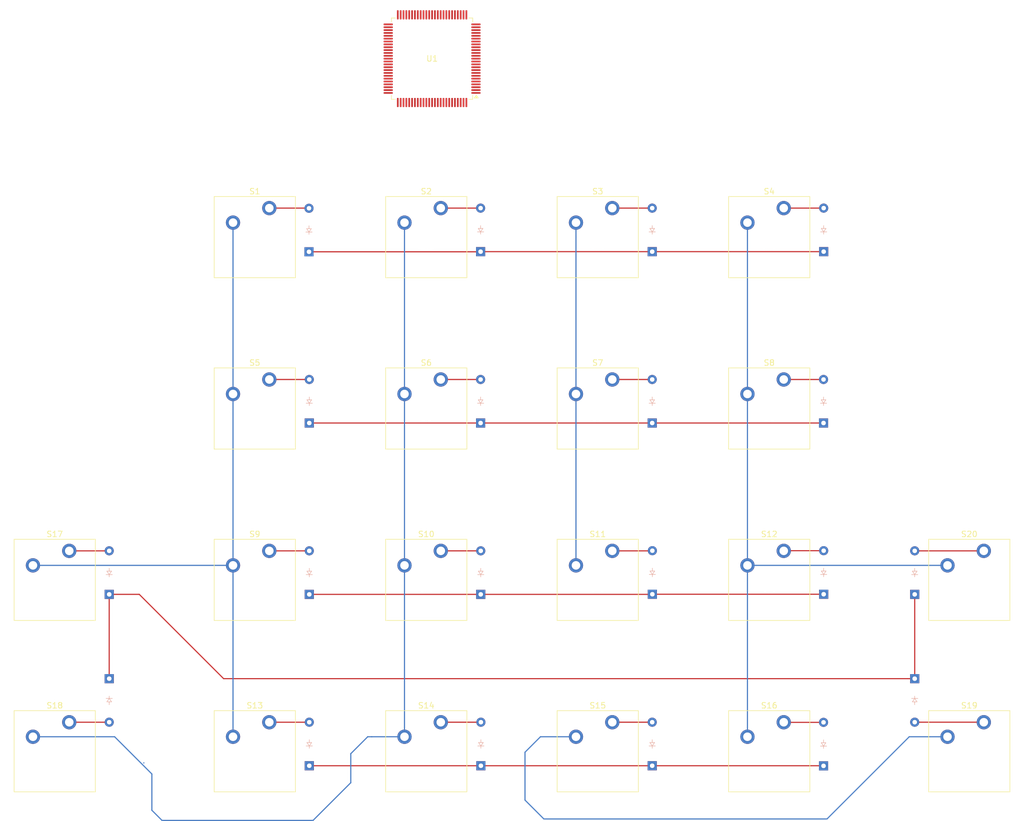
<source format=kicad_pcb>
(kicad_pcb (version 20240108) (generator "pcbnew") (generator_version "8.0")
  (layers (0 "F.Cu" signal) (31 "B.Cu" signal) (34 "B.Paste" user) (35 "F.Paste" user) (36 "B.SilkS" user "B.Silkscreen") (37 "F.SilkS" user "F.Silkscreen") (38 "B.Mask" user) (39 "F.Mask" user) (44 "Edge.Cuts" user))
  (net 0 "")
  (net 1 "Net-(D1-A)")
  (net 2 "Row 1")
  (net 3 "Net-(D2-A)")
  (net 4 "Net-(D3-A)")
  (net 5 "Net-(D4-A)")
  (net 6 "Row 2")
  (net 7 "Net-(D5-A)")
  (net 8 "Net-(D6-A)")
  (net 9 "Net-(D7-A)")
  (net 10 "Net-(D8-A)")
  (net 11 "Net-(D9-A)")
  (net 12 "Row 3")
  (net 13 "Net-(D10-A)")
  (net 14 "Net-(D11-A)")
  (net 15 "Net-(D12-A)")
  (net 16 "Row 4")
  (net 17 "Net-(D13-A)")
  (net 18 "Net-(D14-A)")
  (net 19 "Net-(D15-A)")
  (net 20 "Net-(D16-A)")
  (net 21 "Col 1")
  (net 22 "Net-(D17-A)")
  (net 23 "Net-(D18-A)")
  (net 24 "Net-(D19-A)")
  (net 25 "Net-(D20-A)")
  (net 26 "Row 5")
  (net 27 "Col 2")
  (net 28 "Col 3")
  (net 29 "Col 4")
  (net 70 "Net-(U1-VSS-Pad10)")
  (footprint "Package_QFP:LQFP-100_14x14mm_P0.5mm" (layer "F.Cu") (at 97.282 31.75 180)
    (property "Reference" "U1" (at 0 0 360) (layer "F.SilkS"))
    (property "Value" "STM32H753VITx")
    (pad "1" smd roundrect (at -7.675 -6 180) (size 1.6 0.3) (layers "F.Cu" "F.Paste" "F.Mask"))
    (pad "2" smd roundrect (at -7.675 -5.5 180) (size 1.6 0.3) (layers "F.Cu" "F.Paste" "F.Mask"))
    (pad "3" smd roundrect (at -7.675 -5 180) (size 1.6 0.3) (layers "F.Cu" "F.Paste" "F.Mask"))
    (pad "4" smd roundrect (at -7.675 -4.5 180) (size 1.6 0.3) (layers "F.Cu" "F.Paste" "F.Mask"))
    (pad "5" smd roundrect (at -7.675 -4 180) (size 1.6 0.3) (layers "F.Cu" "F.Paste" "F.Mask"))
    (pad "6" smd roundrect (at -7.675 -3.5 180) (size 1.6 0.3) (layers "F.Cu" "F.Paste" "F.Mask"))
    (pad "7" smd roundrect (at -7.675 -3 180) (size 1.6 0.3) (layers "F.Cu" "F.Paste" "F.Mask"))
    (pad "8" smd roundrect (at -7.675 -2.5 180) (size 1.6 0.3) (layers "F.Cu" "F.Paste" "F.Mask"))
    (pad "9" smd roundrect (at -7.675 -2 180) (size 1.6 0.3) (layers "F.Cu" "F.Paste" "F.Mask"))
    (pad "10" smd roundrect (at -7.675 -1.5 180) (size 1.6 0.3) (layers "F.Cu" "F.Paste" "F.Mask") (net 70 "Net-(U1-VSS-Pad10)"))
    (pad "11" smd roundrect (at -7.675 -1 180) (size 1.6 0.3) (layers "F.Cu" "F.Paste" "F.Mask"))
    (pad "12" smd roundrect (at -7.675 -0.5 180) (size 1.6 0.3) (layers "F.Cu" "F.Paste" "F.Mask"))
    (pad "13" smd roundrect (at -7.675 0 180) (size 1.6 0.3) (layers "F.Cu" "F.Paste" "F.Mask"))
    (pad "14" smd roundrect (at -7.675 0.5 180) (size 1.6 0.3) (layers "F.Cu" "F.Paste" "F.Mask"))
    (pad "15" smd roundrect (at -7.675 1 180) (size 1.6 0.3) (layers "F.Cu" "F.Paste" "F.Mask"))
    (pad "16" smd roundrect (at -7.675 1.5 180) (size 1.6 0.3) (layers "F.Cu" "F.Paste" "F.Mask"))
    (pad "17" smd roundrect (at -7.675 2 180) (size 1.6 0.3) (layers "F.Cu" "F.Paste" "F.Mask"))
    (pad "18" smd roundrect (at -7.675 2.5 180) (size 1.6 0.3) (layers "F.Cu" "F.Paste" "F.Mask"))
    (pad "19" smd roundrect (at -7.675 3 180) (size 1.6 0.3) (layers "F.Cu" "F.Paste" "F.Mask"))
    (pad "20" smd roundrect (at -7.675 3.5 180) (size 1.6 0.3) (layers "F.Cu" "F.Paste" "F.Mask"))
    (pad "21" smd roundrect (at -7.675 4 180) (size 1.6 0.3) (layers "F.Cu" "F.Paste" "F.Mask"))
    (pad "22" smd roundrect (at -7.675 4.5 180) (size 1.6 0.3) (layers "F.Cu" "F.Paste" "F.Mask"))
    (pad "23" smd roundrect (at -7.675 5 180) (size 1.6 0.3) (layers "F.Cu" "F.Paste" "F.Mask"))
    (pad "24" smd roundrect (at -7.675 5.5 180) (size 1.6 0.3) (layers "F.Cu" "F.Paste" "F.Mask"))
    (pad "25" smd roundrect (at -7.675 6 180) (size 1.6 0.3) (layers "F.Cu" "F.Paste" "F.Mask"))
    (pad "26" smd roundrect (at -6 7.675 180) (size 0.3 1.6) (layers "F.Cu" "F.Paste" "F.Mask") (net 70 "Net-(U1-VSS-Pad10)"))
    (pad "27" smd roundrect (at -5.5 7.675 180) (size 0.3 1.6) (layers "F.Cu" "F.Paste" "F.Mask"))
    (pad "28" smd roundrect (at -5 7.675 180) (size 0.3 1.6) (layers "F.Cu" "F.Paste" "F.Mask"))
    (pad "29" smd roundrect (at -4.5 7.675 180) (size 0.3 1.6) (layers "F.Cu" "F.Paste" "F.Mask"))
    (pad "30" smd roundrect (at -4 7.675 180) (size 0.3 1.6) (layers "F.Cu" "F.Paste" "F.Mask"))
    (pad "31" smd roundrect (at -3.5 7.675 180) (size 0.3 1.6) (layers "F.Cu" "F.Paste" "F.Mask"))
    (pad "32" smd roundrect (at -3 7.675 180) (size 0.3 1.6) (layers "F.Cu" "F.Paste" "F.Mask"))
    (pad "33" smd roundrect (at -2.5 7.675 180) (size 0.3 1.6) (layers "F.Cu" "F.Paste" "F.Mask"))
    (pad "34" smd roundrect (at -2 7.675 180) (size 0.3 1.6) (layers "F.Cu" "F.Paste" "F.Mask") (net 26 "Row 5"))
    (pad "35" smd roundrect (at -1.5 7.675 180) (size 0.3 1.6) (layers "F.Cu" "F.Paste" "F.Mask") (net 16 "Row 4"))
    (pad "36" smd roundrect (at -1 7.675 180) (size 0.3 1.6) (layers "F.Cu" "F.Paste" "F.Mask") (net 12 "Row 3"))
    (pad "37" smd roundrect (at -0.5 7.675 180) (size 0.3 1.6) (layers "F.Cu" "F.Paste" "F.Mask"))
    (pad "38" smd roundrect (at 0 7.675 180) (size 0.3 1.6) (layers "F.Cu" "F.Paste" "F.Mask"))
    (pad "39" smd roundrect (at 0.5 7.675 180) (size 0.3 1.6) (layers "F.Cu" "F.Paste" "F.Mask"))
    (pad "40" smd roundrect (at 1 7.675 180) (size 0.3 1.6) (layers "F.Cu" "F.Paste" "F.Mask"))
    (pad "41" smd roundrect (at 1.5 7.675 180) (size 0.3 1.6) (layers "F.Cu" "F.Paste" "F.Mask"))
    (pad "42" smd roundrect (at 2 7.675 180) (size 0.3 1.6) (layers "F.Cu" "F.Paste" "F.Mask"))
    (pad "43" smd roundrect (at 2.5 7.675 180) (size 0.3 1.6) (layers "F.Cu" "F.Paste" "F.Mask"))
    (pad "44" smd roundrect (at 3 7.675 180) (size 0.3 1.6) (layers "F.Cu" "F.Paste" "F.Mask"))
    (pad "45" smd roundrect (at 3.5 7.675 180) (size 0.3 1.6) (layers "F.Cu" "F.Paste" "F.Mask"))
    (pad "46" smd roundrect (at 4 7.675 180) (size 0.3 1.6) (layers "F.Cu" "F.Paste" "F.Mask"))
    (pad "47" smd roundrect (at 4.5 7.675 180) (size 0.3 1.6) (layers "F.Cu" "F.Paste" "F.Mask"))
    (pad "48" smd roundrect (at 5 7.675 180) (size 0.3 1.6) (layers "F.Cu" "F.Paste" "F.Mask"))
    (pad "49" smd roundrect (at 5.5 7.675 180) (size 0.3 1.6) (layers "F.Cu" "F.Paste" "F.Mask") (net 70 "Net-(U1-VSS-Pad10)"))
    (pad "50" smd roundrect (at 6 7.675 180) (size 0.3 1.6) (layers "F.Cu" "F.Paste" "F.Mask"))
    (pad "51" smd roundrect (at 7.675 6 180) (size 1.6 0.3) (layers "F.Cu" "F.Paste" "F.Mask"))
    (pad "52" smd roundrect (at 7.675 5.5 180) (size 1.6 0.3) (layers "F.Cu" "F.Paste" "F.Mask"))
    (pad "53" smd roundrect (at 7.675 5 180) (size 1.6 0.3) (layers "F.Cu" "F.Paste" "F.Mask"))
    (pad "54" smd roundrect (at 7.675 4.5 180) (size 1.6 0.3) (layers "F.Cu" "F.Paste" "F.Mask"))
    (pad "55" smd roundrect (at 7.675 4 180) (size 1.6 0.3) (layers "F.Cu" "F.Paste" "F.Mask"))
    (pad "56" smd roundrect (at 7.675 3.5 180) (size 1.6 0.3) (layers "F.Cu" "F.Paste" "F.Mask"))
    (pad "57" smd roundrect (at 7.675 3 180) (size 1.6 0.3) (layers "F.Cu" "F.Paste" "F.Mask"))
    (pad "58" smd roundrect (at 7.675 2.5 180) (size 1.6 0.3) (layers "F.Cu" "F.Paste" "F.Mask"))
    (pad "59" smd roundrect (at 7.675 2 180) (size 1.6 0.3) (layers "F.Cu" "F.Paste" "F.Mask"))
    (pad "60" smd roundrect (at 7.675 1.5 180) (size 1.6 0.3) (layers "F.Cu" "F.Paste" "F.Mask"))
    (pad "61" smd roundrect (at 7.675 1 180) (size 1.6 0.3) (layers "F.Cu" "F.Paste" "F.Mask"))
    (pad "62" smd roundrect (at 7.675 0.5 180) (size 1.6 0.3) (layers "F.Cu" "F.Paste" "F.Mask"))
    (pad "63" smd roundrect (at 7.675 0 180) (size 1.6 0.3) (layers "F.Cu" "F.Paste" "F.Mask"))
    (pad "64" smd roundrect (at 7.675 -0.5 180) (size 1.6 0.3) (layers "F.Cu" "F.Paste" "F.Mask"))
    (pad "65" smd roundrect (at 7.675 -1 180) (size 1.6 0.3) (layers "F.Cu" "F.Paste" "F.Mask"))
    (pad "66" smd roundrect (at 7.675 -1.5 180) (size 1.6 0.3) (layers "F.Cu" "F.Paste" "F.Mask"))
    (pad "67" smd roundrect (at 7.675 -2 180) (size 1.6 0.3) (layers "F.Cu" "F.Paste" "F.Mask"))
    (pad "68" smd roundrect (at 7.675 -2.5 180) (size 1.6 0.3) (layers "F.Cu" "F.Paste" "F.Mask"))
    (pad "69" smd roundrect (at 7.675 -3 180) (size 1.6 0.3) (layers "F.Cu" "F.Paste" "F.Mask"))
    (pad "70" smd roundrect (at 7.675 -3.5 180) (size 1.6 0.3) (layers "F.Cu" "F.Paste" "F.Mask"))
    (pad "71" smd roundrect (at 7.675 -4 180) (size 1.6 0.3) (layers "F.Cu" "F.Paste" "F.Mask"))
    (pad "72" smd roundrect (at 7.675 -4.5 180) (size 1.6 0.3) (layers "F.Cu" "F.Paste" "F.Mask"))
    (pad "73" smd roundrect (at 7.675 -5 180) (size 1.6 0.3) (layers "F.Cu" "F.Paste" "F.Mask"))
    (pad "74" smd roundrect (at 7.675 -5.5 180) (size 1.6 0.3) (layers "F.Cu" "F.Paste" "F.Mask") (net 70 "Net-(U1-VSS-Pad10)"))
    (pad "75" smd roundrect (at 7.675 -6 180) (size 1.6 0.3) (layers "F.Cu" "F.Paste" "F.Mask"))
    (pad "76" smd roundrect (at 6 -7.675 180) (size 0.3 1.6) (layers "F.Cu" "F.Paste" "F.Mask"))
    (pad "77" smd roundrect (at 5.5 -7.675 180) (size 0.3 1.6) (layers "F.Cu" "F.Paste" "F.Mask"))
    (pad "78" smd roundrect (at 5 -7.675 180) (size 0.3 1.6) (layers "F.Cu" "F.Paste" "F.Mask"))
    (pad "79" smd roundrect (at 4.5 -7.675 180) (size 0.3 1.6) (layers "F.Cu" "F.Paste" "F.Mask"))
    (pad "80" smd roundrect (at 4 -7.675 180) (size 0.3 1.6) (layers "F.Cu" "F.Paste" "F.Mask"))
    (pad "81" smd roundrect (at 3.5 -7.675 180) (size 0.3 1.6) (layers "F.Cu" "F.Paste" "F.Mask"))
    (pad "82" smd roundrect (at 3 -7.675 180) (size 0.3 1.6) (layers "F.Cu" "F.Paste" "F.Mask"))
    (pad "83" smd roundrect (at 2.5 -7.675 180) (size 0.3 1.6) (layers "F.Cu" "F.Paste" "F.Mask"))
    (pad "84" smd roundrect (at 2 -7.675 180) (size 0.3 1.6) (layers "F.Cu" "F.Paste" "F.Mask"))
    (pad "85" smd roundrect (at 1.5 -7.675 180) (size 0.3 1.6) (layers "F.Cu" "F.Paste" "F.Mask"))
    (pad "86" smd roundrect (at 1 -7.675 180) (size 0.3 1.6) (layers "F.Cu" "F.Paste" "F.Mask"))
    (pad "87" smd roundrect (at 0.5 -7.675 180) (size 0.3 1.6) (layers "F.Cu" "F.Paste" "F.Mask"))
    (pad "88" smd roundrect (at 0 -7.675 180) (size 0.3 1.6) (layers "F.Cu" "F.Paste" "F.Mask"))
    (pad "89" smd roundrect (at -0.5 -7.675 180) (size 0.3 1.6) (layers "F.Cu" "F.Paste" "F.Mask") (net 6 "Row 2"))
    (pad "90" smd roundrect (at -1 -7.675 180) (size 0.3 1.6) (layers "F.Cu" "F.Paste" "F.Mask") (net 2 "Row 1"))
    (pad "91" smd roundrect (at -1.5 -7.675 180) (size 0.3 1.6) (layers "F.Cu" "F.Paste" "F.Mask") (net 29 "Col 4"))
    (pad "92" smd roundrect (at -2 -7.675 180) (size 0.3 1.6) (layers "F.Cu" "F.Paste" "F.Mask") (net 28 "Col 3"))
    (pad "93" smd roundrect (at -2.5 -7.675 180) (size 0.3 1.6) (layers "F.Cu" "F.Paste" "F.Mask") (net 27 "Col 2"))
    (pad "94" smd roundrect (at -3 -7.675 180) (size 0.3 1.6) (layers "F.Cu" "F.Paste" "F.Mask"))
    (pad "95" smd roundrect (at -3.5 -7.675 180) (size 0.3 1.6) (layers "F.Cu" "F.Paste" "F.Mask") (net 21 "Col 1"))
    (pad "96" smd roundrect (at -4 -7.675 180) (size 0.3 1.6) (layers "F.Cu" "F.Paste" "F.Mask"))
    (pad "97" smd roundrect (at -4.5 -7.675 180) (size 0.3 1.6) (layers "F.Cu" "F.Paste" "F.Mask"))
    (pad "98" smd roundrect (at -5 -7.675 180) (size 0.3 1.6) (layers "F.Cu" "F.Paste" "F.Mask"))
    (pad "99" smd roundrect (at -5.5 -7.675 180) (size 0.3 1.6) (layers "F.Cu" "F.Paste" "F.Mask") (net 70 "Net-(U1-VSS-Pad10)"))
    (pad "100" smd roundrect (at -6 -7.675 180) (size 0.3 1.6) (layers "F.Cu" "F.Paste" "F.Mask"))
  )
  (footprint "ScottoKeebs_MX:MX_PCB_1.00u" (layer "F.Cu") (at 66.266 62.992)
    (property "Reference" "S1" (at 0 -8 0) (layer "F.SilkS"))
    (property "Value" "Keyswitch")
    (pad "" np_thru_hole circle (at -5.08 0) (size 1.75 1.75) (drill 1.75) (layers "*.Cu" "*.Mask"))
    (pad "" np_thru_hole circle (at 0 0) (size 4 4) (drill 4) (layers "*.Cu" "*.Mask"))
    (pad "" np_thru_hole circle (at 5.08 0) (size 1.75 1.75) (drill 1.75) (layers "*.Cu" "*.Mask"))
    (pad "1" thru_hole circle (at -3.81 -2.54) (size 2.5 2.5) (drill 1.5) (layers "*.Cu" "*.Mask") (net 21 "Col 1"))
    (pad "2" thru_hole circle (at 2.54 -5.08) (size 2.5 2.5) (drill 1.5) (layers "*.Cu" "*.Mask") (net 1 "Net-(D1-A)"))
  )
  (footprint "ScottoKeebs_MX:MX_PCB_1.00u" (layer "F.Cu") (at 156.266 152.992)
    (property "Reference" "S16" (at 0 -8 0) (layer "F.SilkS"))
    (property "Value" "Keyswitch")
    (pad "" np_thru_hole circle (at -5.08 0) (size 1.75 1.75) (drill 1.75) (layers "*.Cu" "*.Mask"))
    (pad "" np_thru_hole circle (at 0 0) (size 4 4) (drill 4) (layers "*.Cu" "*.Mask"))
    (pad "" np_thru_hole circle (at 5.08 0) (size 1.75 1.75) (drill 1.75) (layers "*.Cu" "*.Mask"))
    (pad "1" thru_hole circle (at -3.81 -2.54) (size 2.5 2.5) (drill 1.5) (layers "*.Cu" "*.Mask") (net 29 "Col 4"))
    (pad "2" thru_hole circle (at 2.54 -5.08) (size 2.5 2.5) (drill 1.5) (layers "*.Cu" "*.Mask") (net 20 "Net-(D16-A)"))
  )
  (footprint "ScottoKeebs_MX:MX_PCB_1.00u" (layer "F.Cu") (at 156.266 62.992)
    (property "Reference" "S4" (at 0 -8 0) (layer "F.SilkS"))
    (property "Value" "Keyswitch")
    (pad "" np_thru_hole circle (at -5.08 0) (size 1.75 1.75) (drill 1.75) (layers "*.Cu" "*.Mask"))
    (pad "" np_thru_hole circle (at 0 0) (size 4 4) (drill 4) (layers "*.Cu" "*.Mask"))
    (pad "" np_thru_hole circle (at 5.08 0) (size 1.75 1.75) (drill 1.75) (layers "*.Cu" "*.Mask"))
    (pad "1" thru_hole circle (at -3.81 -2.54) (size 2.5 2.5) (drill 1.5) (layers "*.Cu" "*.Mask") (net 29 "Col 4"))
    (pad "2" thru_hole circle (at 2.54 -5.08) (size 2.5 2.5) (drill 1.5) (layers "*.Cu" "*.Mask") (net 5 "Net-(D4-A)"))
  )
  (footprint "ScottoKeebs_MX:MX_PCB_1.00u" (layer "F.Cu") (at 96.266 92.992)
    (property "Reference" "S6" (at 0 -8 0) (layer "F.SilkS"))
    (property "Value" "Keyswitch")
    (pad "" np_thru_hole circle (at -5.08 0) (size 1.75 1.75) (drill 1.75) (layers "*.Cu" "*.Mask"))
    (pad "" np_thru_hole circle (at 0 0) (size 4 4) (drill 4) (layers "*.Cu" "*.Mask"))
    (pad "" np_thru_hole circle (at 5.08 0) (size 1.75 1.75) (drill 1.75) (layers "*.Cu" "*.Mask"))
    (pad "1" thru_hole circle (at -3.81 -2.54) (size 2.5 2.5) (drill 1.5) (layers "*.Cu" "*.Mask") (net 27 "Col 2"))
    (pad "2" thru_hole circle (at 2.54 -5.08) (size 2.5 2.5) (drill 1.5) (layers "*.Cu" "*.Mask") (net 8 "Net-(D6-A)"))
  )
  (footprint "ScottoKeebs_MX:MX_PCB_1.00u" (layer "F.Cu") (at 66.266 92.992)
    (property "Reference" "S5" (at 0 -8 0) (layer "F.SilkS"))
    (property "Value" "Keyswitch")
    (pad "" np_thru_hole circle (at -5.08 0) (size 1.75 1.75) (drill 1.75) (layers "*.Cu" "*.Mask"))
    (pad "" np_thru_hole circle (at 0 0) (size 4 4) (drill 4) (layers "*.Cu" "*.Mask"))
    (pad "" np_thru_hole circle (at 5.08 0) (size 1.75 1.75) (drill 1.75) (layers "*.Cu" "*.Mask"))
    (pad "1" thru_hole circle (at -3.81 -2.54) (size 2.5 2.5) (drill 1.5) (layers "*.Cu" "*.Mask") (net 21 "Col 1"))
    (pad "2" thru_hole circle (at 2.54 -5.08) (size 2.5 2.5) (drill 1.5) (layers "*.Cu" "*.Mask") (net 7 "Net-(D5-A)"))
  )
  (footprint "ScottoKeebs_MX:MX_PCB_1.00u" (layer "F.Cu") (at 31.266 122.992)
    (property "Reference" "S17" (at 0 -8 0) (layer "F.SilkS"))
    (property "Value" "Keyswitch")
    (pad "" np_thru_hole circle (at -5.08 0) (size 1.75 1.75) (drill 1.75) (layers "*.Cu" "*.Mask"))
    (pad "" np_thru_hole circle (at 0 0) (size 4 4) (drill 4) (layers "*.Cu" "*.Mask"))
    (pad "" np_thru_hole circle (at 5.08 0) (size 1.75 1.75) (drill 1.75) (layers "*.Cu" "*.Mask"))
    (pad "1" thru_hole circle (at -3.81 -2.54) (size 2.5 2.5) (drill 1.5) (layers "*.Cu" "*.Mask") (net 21 "Col 1"))
    (pad "2" thru_hole circle (at 2.54 -5.08) (size 2.5 2.5) (drill 1.5) (layers "*.Cu" "*.Mask") (net 22 "Net-(D17-A)"))
  )
  (footprint "ScottoKeebs_MX:MX_PCB_1.00u" (layer "F.Cu") (at 156.266 92.992)
    (property "Reference" "S8" (at 0 -8 0) (layer "F.SilkS"))
    (property "Value" "Keyswitch")
    (pad "" np_thru_hole circle (at -5.08 0) (size 1.75 1.75) (drill 1.75) (layers "*.Cu" "*.Mask"))
    (pad "" np_thru_hole circle (at 0 0) (size 4 4) (drill 4) (layers "*.Cu" "*.Mask"))
    (pad "" np_thru_hole circle (at 5.08 0) (size 1.75 1.75) (drill 1.75) (layers "*.Cu" "*.Mask"))
    (pad "1" thru_hole circle (at -3.81 -2.54) (size 2.5 2.5) (drill 1.5) (layers "*.Cu" "*.Mask") (net 29 "Col 4"))
    (pad "2" thru_hole circle (at 2.54 -5.08) (size 2.5 2.5) (drill 1.5) (layers "*.Cu" "*.Mask") (net 10 "Net-(D8-A)"))
  )
  (footprint "ScottoKeebs_MX:MX_PCB_1.00u" (layer "F.Cu") (at 96.266 62.992)
    (property "Reference" "S2" (at 0 -8 0) (layer "F.SilkS"))
    (property "Value" "Keyswitch")
    (pad "" np_thru_hole circle (at -5.08 0) (size 1.75 1.75) (drill 1.75) (layers "*.Cu" "*.Mask"))
    (pad "" np_thru_hole circle (at 0 0) (size 4 4) (drill 4) (layers "*.Cu" "*.Mask"))
    (pad "" np_thru_hole circle (at 5.08 0) (size 1.75 1.75) (drill 1.75) (layers "*.Cu" "*.Mask"))
    (pad "1" thru_hole circle (at -3.81 -2.54) (size 2.5 2.5) (drill 1.5) (layers "*.Cu" "*.Mask") (net 27 "Col 2"))
    (pad "2" thru_hole circle (at 2.54 -5.08) (size 2.5 2.5) (drill 1.5) (layers "*.Cu" "*.Mask") (net 3 "Net-(D2-A)"))
  )
  (footprint "ScottoKeebs_MX:MX_PCB_1.00u" (layer "F.Cu") (at 126.266 122.992)
    (property "Reference" "S11" (at 0 -8 0) (layer "F.SilkS"))
    (property "Value" "Keyswitch")
    (pad "" np_thru_hole circle (at -5.08 0) (size 1.75 1.75) (drill 1.75) (layers "*.Cu" "*.Mask"))
    (pad "" np_thru_hole circle (at 0 0) (size 4 4) (drill 4) (layers "*.Cu" "*.Mask"))
    (pad "" np_thru_hole circle (at 5.08 0) (size 1.75 1.75) (drill 1.75) (layers "*.Cu" "*.Mask"))
    (pad "1" thru_hole circle (at -3.81 -2.54) (size 2.5 2.5) (drill 1.5) (layers "*.Cu" "*.Mask") (net 28 "Col 3"))
    (pad "2" thru_hole circle (at 2.54 -5.08) (size 2.5 2.5) (drill 1.5) (layers "*.Cu" "*.Mask") (net 14 "Net-(D11-A)"))
  )
  (footprint "ScottoKeebs_MX:MX_PCB_1.00u" (layer "F.Cu") (at 156.266 122.992)
    (property "Reference" "S12" (at 0 -8 0) (layer "F.SilkS"))
    (property "Value" "Keyswitch")
    (pad "" np_thru_hole circle (at -5.08 0) (size 1.75 1.75) (drill 1.75) (layers "*.Cu" "*.Mask"))
    (pad "" np_thru_hole circle (at 0 0) (size 4 4) (drill 4) (layers "*.Cu" "*.Mask"))
    (pad "" np_thru_hole circle (at 5.08 0) (size 1.75 1.75) (drill 1.75) (layers "*.Cu" "*.Mask"))
    (pad "1" thru_hole circle (at -3.81 -2.54) (size 2.5 2.5) (drill 1.5) (layers "*.Cu" "*.Mask") (net 29 "Col 4"))
    (pad "2" thru_hole circle (at 2.54 -5.08) (size 2.5 2.5) (drill 1.5) (layers "*.Cu" "*.Mask") (net 15 "Net-(D12-A)"))
  )
  (footprint "ScottoKeebs_MX:MX_PCB_1.00u" (layer "F.Cu") (at 31.266 152.992)
    (property "Reference" "S18" (at 0 -8 0) (layer "F.SilkS"))
    (property "Value" "Keyswitch")
    (pad "" np_thru_hole circle (at -5.08 0) (size 1.75 1.75) (drill 1.75) (layers "*.Cu" "*.Mask"))
    (pad "" np_thru_hole circle (at 0 0) (size 4 4) (drill 4) (layers "*.Cu" "*.Mask"))
    (pad "" np_thru_hole circle (at 5.08 0) (size 1.75 1.75) (drill 1.75) (layers "*.Cu" "*.Mask"))
    (pad "1" thru_hole circle (at -3.81 -2.54) (size 2.5 2.5) (drill 1.5) (layers "*.Cu" "*.Mask") (net 27 "Col 2"))
    (pad "2" thru_hole circle (at 2.54 -5.08) (size 2.5 2.5) (drill 1.5) (layers "*.Cu" "*.Mask") (net 23 "Net-(D18-A)"))
  )
  (footprint "ScottoKeebs_MX:MX_PCB_1.00u" (layer "F.Cu") (at 126.266 92.992)
    (property "Reference" "S7" (at 0 -8 0) (layer "F.SilkS"))
    (property "Value" "Keyswitch")
    (pad "" np_thru_hole circle (at -5.08 0) (size 1.75 1.75) (drill 1.75) (layers "*.Cu" "*.Mask"))
    (pad "" np_thru_hole circle (at 0 0) (size 4 4) (drill 4) (layers "*.Cu" "*.Mask"))
    (pad "" np_thru_hole circle (at 5.08 0) (size 1.75 1.75) (drill 1.75) (layers "*.Cu" "*.Mask"))
    (pad "1" thru_hole circle (at -3.81 -2.54) (size 2.5 2.5) (drill 1.5) (layers "*.Cu" "*.Mask") (net 28 "Col 3"))
    (pad "2" thru_hole circle (at 2.54 -5.08) (size 2.5 2.5) (drill 1.5) (layers "*.Cu" "*.Mask") (net 9 "Net-(D7-A)"))
  )
  (footprint "ScottoKeebs_MX:MX_PCB_1.00u" (layer "F.Cu") (at 96.266 152.992)
    (property "Reference" "S14" (at 0 -8 0) (layer "F.SilkS"))
    (property "Value" "Keyswitch")
    (pad "" np_thru_hole circle (at -5.08 0) (size 1.75 1.75) (drill 1.75) (layers "*.Cu" "*.Mask"))
    (pad "" np_thru_hole circle (at 0 0) (size 4 4) (drill 4) (layers "*.Cu" "*.Mask"))
    (pad "" np_thru_hole circle (at 5.08 0) (size 1.75 1.75) (drill 1.75) (layers "*.Cu" "*.Mask"))
    (pad "1" thru_hole circle (at -3.81 -2.54) (size 2.5 2.5) (drill 1.5) (layers "*.Cu" "*.Mask") (net 27 "Col 2"))
    (pad "2" thru_hole circle (at 2.54 -5.08) (size 2.5 2.5) (drill 1.5) (layers "*.Cu" "*.Mask") (net 18 "Net-(D14-A)"))
  )
  (footprint "ScottoKeebs_MX:MX_PCB_1.00u" (layer "F.Cu") (at 126.266 62.992)
    (property "Reference" "S3" (at 0 -8 0) (layer "F.SilkS"))
    (property "Value" "Keyswitch")
    (pad "" np_thru_hole circle (at -5.08 0) (size 1.75 1.75) (drill 1.75) (layers "*.Cu" "*.Mask"))
    (pad "" np_thru_hole circle (at 0 0) (size 4 4) (drill 4) (layers "*.Cu" "*.Mask"))
    (pad "" np_thru_hole circle (at 5.08 0) (size 1.75 1.75) (drill 1.75) (layers "*.Cu" "*.Mask"))
    (pad "1" thru_hole circle (at -3.81 -2.54) (size 2.5 2.5) (drill 1.5) (layers "*.Cu" "*.Mask") (net 28 "Col 3"))
    (pad "2" thru_hole circle (at 2.54 -5.08) (size 2.5 2.5) (drill 1.5) (layers "*.Cu" "*.Mask") (net 4 "Net-(D3-A)"))
  )
  (footprint "ScottoKeebs_MX:MX_PCB_1.00u" (layer "F.Cu") (at 96.266 122.992)
    (property "Reference" "S10" (at 0 -8 0) (layer "F.SilkS"))
    (property "Value" "Keyswitch")
    (pad "" np_thru_hole circle (at -5.08 0) (size 1.75 1.75) (drill 1.75) (layers "*.Cu" "*.Mask"))
    (pad "" np_thru_hole circle (at 0 0) (size 4 4) (drill 4) (layers "*.Cu" "*.Mask"))
    (pad "" np_thru_hole circle (at 5.08 0) (size 1.75 1.75) (drill 1.75) (layers "*.Cu" "*.Mask"))
    (pad "1" thru_hole circle (at -3.81 -2.54) (size 2.5 2.5) (drill 1.5) (layers "*.Cu" "*.Mask") (net 27 "Col 2"))
    (pad "2" thru_hole circle (at 2.54 -5.08) (size 2.5 2.5) (drill 1.5) (layers "*.Cu" "*.Mask") (net 13 "Net-(D10-A)"))
  )
  (footprint "ScottoKeebs_MX:MX_PCB_1.00u" (layer "F.Cu") (at 66.266 152.992)
    (property "Reference" "S13" (at 0 -8 0) (layer "F.SilkS"))
    (property "Value" "Keyswitch")
    (pad "" np_thru_hole circle (at -5.08 0) (size 1.75 1.75) (drill 1.75) (layers "*.Cu" "*.Mask"))
    (pad "" np_thru_hole circle (at 0 0) (size 4 4) (drill 4) (layers "*.Cu" "*.Mask"))
    (pad "" np_thru_hole circle (at 5.08 0) (size 1.75 1.75) (drill 1.75) (layers "*.Cu" "*.Mask"))
    (pad "1" thru_hole circle (at -3.81 -2.54) (size 2.5 2.5) (drill 1.5) (layers "*.Cu" "*.Mask") (net 21 "Col 1"))
    (pad "2" thru_hole circle (at 2.54 -5.08) (size 2.5 2.5) (drill 1.5) (layers "*.Cu" "*.Mask") (net 17 "Net-(D13-A)"))
  )
  (footprint "ScottoKeebs_MX:MX_PCB_1.00u" (layer "F.Cu") (at 191.266 122.992)
    (property "Reference" "S20" (at 0 -8 0) (layer "F.SilkS"))
    (property "Value" "Keyswitch")
    (pad "" np_thru_hole circle (at -5.08 0) (size 1.75 1.75) (drill 1.75) (layers "*.Cu" "*.Mask"))
    (pad "" np_thru_hole circle (at 0 0) (size 4 4) (drill 4) (layers "*.Cu" "*.Mask"))
    (pad "" np_thru_hole circle (at 5.08 0) (size 1.75 1.75) (drill 1.75) (layers "*.Cu" "*.Mask"))
    (pad "1" thru_hole circle (at -3.81 -2.54) (size 2.5 2.5) (drill 1.5) (layers "*.Cu" "*.Mask") (net 29 "Col 4"))
    (pad "2" thru_hole circle (at 2.54 -5.08) (size 2.5 2.5) (drill 1.5) (layers "*.Cu" "*.Mask") (net 25 "Net-(D20-A)"))
  )
  (footprint "ScottoKeebs_MX:MX_PCB_1.00u" (layer "F.Cu") (at 191.266 152.992)
    (property "Reference" "S19" (at 0 -8 0) (layer "F.SilkS"))
    (property "Value" "Keyswitch")
    (pad "" np_thru_hole circle (at -5.08 0) (size 1.75 1.75) (drill 1.75) (layers "*.Cu" "*.Mask"))
    (pad "" np_thru_hole circle (at 0 0) (size 4 4) (drill 4) (layers "*.Cu" "*.Mask"))
    (pad "" np_thru_hole circle (at 5.08 0) (size 1.75 1.75) (drill 1.75) (layers "*.Cu" "*.Mask"))
    (pad "1" thru_hole circle (at -3.81 -2.54) (size 2.5 2.5) (drill 1.5) (layers "*.Cu" "*.Mask") (net 28 "Col 3"))
    (pad "2" thru_hole circle (at 2.54 -5.08) (size 2.5 2.5) (drill 1.5) (layers "*.Cu" "*.Mask") (net 24 "Net-(D19-A)"))
  )
  (footprint "ScottoKeebs_MX:MX_PCB_1.00u" (layer "F.Cu") (at 66.266 122.992)
    (property "Reference" "S9" (at 0 -8 0) (layer "F.SilkS"))
    (property "Value" "Keyswitch")
    (pad "" np_thru_hole circle (at -5.08 0) (size 1.75 1.75) (drill 1.75) (layers "*.Cu" "*.Mask"))
    (pad "" np_thru_hole circle (at 0 0) (size 4 4) (drill 4) (layers "*.Cu" "*.Mask"))
    (pad "" np_thru_hole circle (at 5.08 0) (size 1.75 1.75) (drill 1.75) (layers "*.Cu" "*.Mask"))
    (pad "1" thru_hole circle (at -3.81 -2.54) (size 2.5 2.5) (drill 1.5) (layers "*.Cu" "*.Mask") (net 21 "Col 1"))
    (pad "2" thru_hole circle (at 2.54 -5.08) (size 2.5 2.5) (drill 1.5) (layers "*.Cu" "*.Mask") (net 11 "Net-(D9-A)"))
  )
  (footprint "ScottoKeebs_MX:MX_PCB_1.00u" (layer "F.Cu") (at 126.266 152.992)
    (property "Reference" "S15" (at 0 -8 0) (layer "F.SilkS"))
    (property "Value" "Keyswitch")
    (pad "" np_thru_hole circle (at -5.08 0) (size 1.75 1.75) (drill 1.75) (layers "*.Cu" "*.Mask"))
    (pad "" np_thru_hole circle (at 0 0) (size 4 4) (drill 4) (layers "*.Cu" "*.Mask"))
    (pad "" np_thru_hole circle (at 5.08 0) (size 1.75 1.75) (drill 1.75) (layers "*.Cu" "*.Mask"))
    (pad "1" thru_hole circle (at -3.81 -2.54) (size 2.5 2.5) (drill 1.5) (layers "*.Cu" "*.Mask") (net 28 "Col 3"))
    (pad "2" thru_hole circle (at 2.54 -5.08) (size 2.5 2.5) (drill 1.5) (layers "*.Cu" "*.Mask") (net 19 "Net-(D15-A)"))
  )
  (footprint "ScottoKeebs_Components:Diode_DO-35" (layer "B.Cu") (at 75.7988 125.5294 90)
    (property "Reference" "D9" (hide yes))
    (property "Value" "Diode" (hide yes))
    (pad "1" thru_hole rect (at 0 0 90) (size 1.6 1.6) (drill 0.8) (layers "*.Cu" "*.Mask") (net 12 "Row 3"))
    (pad "2" thru_hole oval (at 7.62 0 90) (size 1.6 1.6) (drill 0.8) (layers "*.Cu" "*.Mask") (net 11 "Net-(D9-A)"))
  )
  (footprint "ScottoKeebs_Components:Diode_DO-35" (layer "B.Cu") (at 105.7962 125.5294 90)
    (property "Reference" "D10" (hide yes))
    (property "Value" "Diode" (hide yes))
    (pad "1" thru_hole rect (at 0 0 90) (size 1.6 1.6) (drill 0.8) (layers "*.Cu" "*.Mask") (net 12 "Row 3"))
    (pad "2" thru_hole oval (at 7.62 0 90) (size 1.6 1.6) (drill 0.8) (layers "*.Cu" "*.Mask") (net 13 "Net-(D10-A)"))
  )
  (footprint "ScottoKeebs_Components:Diode_DO-35" (layer "B.Cu") (at 135.819 125.504 90)
    (property "Reference" "D11" (hide yes))
    (property "Value" "Diode" (hide yes))
    (pad "1" thru_hole rect (at 0 0 90) (size 1.6 1.6) (drill 0.8) (layers "*.Cu" "*.Mask") (net 12 "Row 3"))
    (pad "2" thru_hole oval (at 7.62 0 90) (size 1.6 1.6) (drill 0.8) (layers "*.Cu" "*.Mask") (net 14 "Net-(D11-A)"))
  )
  (footprint "ScottoKeebs_Components:Diode_DO-35" (layer "B.Cu") (at 105.8216 155.5268 90)
    (property "Reference" "D14" (hide yes))
    (property "Value" "Diode" (hide yes))
    (pad "1" thru_hole rect (at 0 0 90) (size 1.6 1.6) (drill 0.8) (layers "*.Cu" "*.Mask") (net 16 "Row 4"))
    (pad "2" thru_hole oval (at 7.62 0 90) (size 1.6 1.6) (drill 0.8) (layers "*.Cu" "*.Mask") (net 18 "Net-(D14-A)"))
  )
  (footprint "ScottoKeebs_Components:Diode_DO-35" (layer "B.Cu") (at 165.791 65.532 90)
    (property "Reference" "D4" (hide yes))
    (property "Value" "Diode" (hide yes))
    (pad "1" thru_hole rect (at 0 0 90) (size 1.6 1.6) (drill 0.8) (layers "*.Cu" "*.Mask") (net 2 "Row 1"))
    (pad "2" thru_hole oval (at 7.62 0 90) (size 1.6 1.6) (drill 0.8) (layers "*.Cu" "*.Mask") (net 5 "Net-(D4-A)"))
  )
  (footprint "ScottoKeebs_Components:Diode_DO-35" (layer "B.Cu") (at 105.7708 65.5346 90)
    (property "Reference" "D2" (hide yes))
    (property "Value" "Diode" (hide yes))
    (pad "1" thru_hole rect (at 0 0 90) (size 1.6 1.6) (drill 0.8) (layers "*.Cu" "*.Mask") (net 2 "Row 1"))
    (pad "2" thru_hole oval (at 7.62 0 90) (size 1.6 1.6) (drill 0.8) (layers "*.Cu" "*.Mask") (net 3 "Net-(D2-A)"))
  )
  (footprint "ScottoKeebs_Components:Diode_DO-35" (layer "B.Cu") (at 135.7936 65.5346 90)
    (property "Reference" "D3" (hide yes))
    (property "Value" "Diode" (hide yes))
    (pad "1" thru_hole rect (at 0 0 90) (size 1.6 1.6) (drill 0.8) (layers "*.Cu" "*.Mask") (net 2 "Row 1"))
    (pad "2" thru_hole oval (at 7.62 0 90) (size 1.6 1.6) (drill 0.8) (layers "*.Cu" "*.Mask") (net 4 "Net-(D3-A)"))
  )
  (footprint "ScottoKeebs_Components:Diode_DO-35" (layer "B.Cu") (at 181.7168 125.5268 90)
    (property "Reference" "D20" (hide yes))
    (property "Value" "Diode" (hide yes))
    (pad "1" thru_hole rect (at 0 0 90) (size 1.6 1.6) (drill 0.8) (layers "*.Cu" "*.Mask") (net 26 "Row 5"))
    (pad "2" thru_hole oval (at 7.62 0 90) (size 1.6 1.6) (drill 0.8) (layers "*.Cu" "*.Mask") (net 25 "Net-(D20-A)"))
  )
  (footprint "ScottoKeebs_Components:Diode_DO-35" (layer "B.Cu") (at 75.748 65.56 90)
    (property "Reference" "D1" (hide yes))
    (property "Value" "Diode" (hide yes))
    (pad "1" thru_hole rect (at 0 0 90) (size 1.6 1.6) (drill 0.8) (layers "*.Cu" "*.Mask") (net 2 "Row 1"))
    (pad "2" thru_hole oval (at 7.62 0 90) (size 1.6 1.6) (drill 0.8) (layers "*.Cu" "*.Mask") (net 1 "Net-(D1-A)"))
  )
  (footprint "ScottoKeebs_Components:Diode_DO-35" (layer "B.Cu") (at 75.7988 155.5268 90)
    (property "Reference" "D13" (hide yes))
    (property "Value" "Diode" (hide yes))
    (pad "1" thru_hole rect (at 0 0 90) (size 1.6 1.6) (drill 0.8) (layers "*.Cu" "*.Mask") (net 16 "Row 4"))
    (pad "2" thru_hole oval (at 7.62 0 90) (size 1.6 1.6) (drill 0.8) (layers "*.Cu" "*.Mask") (net 17 "Net-(D13-A)"))
  )
  (footprint "ScottoKeebs_Components:Diode_DO-35" (layer "B.Cu") (at 105.7708 95.532 90)
    (property "Reference" "D6" (hide yes))
    (property "Value" "Diode" (hide yes))
    (pad "1" thru_hole rect (at 0 0 90) (size 1.6 1.6) (drill 0.8) (layers "*.Cu" "*.Mask") (net 6 "Row 2"))
    (pad "2" thru_hole oval (at 7.62 0 90) (size 1.6 1.6) (drill 0.8) (layers "*.Cu" "*.Mask") (net 8 "Net-(D6-A)"))
  )
  (footprint "ScottoKeebs_Components:Diode_DO-35" (layer "B.Cu") (at 40.7976 125.5268 90)
    (property "Reference" "D17" (hide yes))
    (property "Value" "Diode" (hide yes))
    (pad "1" thru_hole rect (at 0 0 90) (size 1.6 1.6) (drill 0.8) (layers "*.Cu" "*.Mask") (net 26 "Row 5"))
    (pad "2" thru_hole oval (at 7.62 0 90) (size 1.6 1.6) (drill 0.8) (layers "*.Cu" "*.Mask") (net 22 "Net-(D17-A)"))
  )
  (footprint "ScottoKeebs_Components:Diode_DO-35" (layer "B.Cu") (at 165.791 125.504 90)
    (property "Reference" "D12" (hide yes))
    (property "Value" "Diode" (hide yes))
    (pad "1" thru_hole rect (at 0 0 90) (size 1.6 1.6) (drill 0.8) (layers "*.Cu" "*.Mask") (net 12 "Row 3"))
    (pad "2" thru_hole oval (at 7.62 0 90) (size 1.6 1.6) (drill 0.8) (layers "*.Cu" "*.Mask") (net 15 "Net-(D12-A)"))
  )
  (footprint "ScottoKeebs_Components:Diode_DO-35" (layer "B.Cu") (at 165.7656 95.532 90)
    (property "Reference" "D8" (hide yes))
    (property "Value" "Diode" (hide yes))
    (pad "1" thru_hole rect (at 0 0 90) (size 1.6 1.6) (drill 0.8) (layers "*.Cu" "*.Mask") (net 6 "Row 2"))
    (pad "2" thru_hole oval (at 7.62 0 90) (size 1.6 1.6) (drill 0.8) (layers "*.Cu" "*.Mask") (net 10 "Net-(D8-A)"))
  )
  (footprint "ScottoKeebs_Components:Diode_DO-35" (layer "B.Cu") (at 135.7936 155.5268 90)
    (property "Reference" "D15" (hide yes))
    (property "Value" "Diode" (hide yes))
    (pad "1" thru_hole rect (at 0 0 90) (size 1.6 1.6) (drill 0.8) (layers "*.Cu" "*.Mask") (net 16 "Row 4"))
    (pad "2" thru_hole oval (at 7.62 0 90) (size 1.6 1.6) (drill 0.8) (layers "*.Cu" "*.Mask") (net 19 "Net-(D15-A)"))
  )
  (footprint "ScottoKeebs_Components:Diode_DO-35" (layer "B.Cu") (at 181.7168 140.2842 -90)
    (property "Reference" "D19" (hide yes))
    (property "Value" "Diode" (hide yes))
    (pad "1" thru_hole rect (at 0 0 270) (size 1.6 1.6) (drill 0.8) (layers "*.Cu" "*.Mask") (net 26 "Row 5"))
    (pad "2" thru_hole oval (at 7.62 0 270) (size 1.6 1.6) (drill 0.8) (layers "*.Cu" "*.Mask") (net 24 "Net-(D19-A)"))
  )
  (footprint "ScottoKeebs_Components:Diode_DO-35" (layer "B.Cu") (at 75.7988 95.532 90)
    (property "Reference" "D5" (hide yes))
    (property "Value" "Diode" (hide yes))
    (pad "1" thru_hole rect (at 0 0 90) (size 1.6 1.6) (drill 0.8) (layers "*.Cu" "*.Mask") (net 6 "Row 2"))
    (pad "2" thru_hole oval (at 7.62 0 90) (size 1.6 1.6) (drill 0.8) (layers "*.Cu" "*.Mask") (net 7 "Net-(D5-A)"))
  )
  (footprint "ScottoKeebs_Components:Diode_DO-35" (layer "B.Cu") (at 135.7936 95.532 90)
    (property "Reference" "D7" (hide yes))
    (property "Value" "Diode" (hide yes))
    (pad "1" thru_hole rect (at 0 0 90) (size 1.6 1.6) (drill 0.8) (layers "*.Cu" "*.Mask") (net 6 "Row 2"))
    (pad "2" thru_hole oval (at 7.62 0 90) (size 1.6 1.6) (drill 0.8) (layers "*.Cu" "*.Mask") (net 9 "Net-(D7-A)"))
  )
  (footprint "ScottoKeebs_Components:Diode_DO-35" (layer "B.Cu") (at 165.7656 155.5522 90)
    (property "Reference" "D16" (hide yes))
    (property "Value" "Diode" (hide yes))
    (pad "1" thru_hole rect (at 0 0 90) (size 1.6 1.6) (drill 0.8) (layers "*.Cu" "*.Mask") (net 16 "Row 4"))
    (pad "2" thru_hole oval (at 7.62 0 90) (size 1.6 1.6) (drill 0.8) (layers "*.Cu" "*.Mask") (net 20 "Net-(D16-A)"))
  )
  (footprint "ScottoKeebs_Components:Diode_DO-35" (layer "B.Cu") (at 40.7976 140.2842 -90)
    (property "Reference" "D18" (hide yes))
    (property "Value" "Diode" (hide yes))
    (pad "1" thru_hole rect (at 0 0 270) (size 1.6 1.6) (drill 0.8) (layers "*.Cu" "*.Mask") (net 26 "Row 5"))
    (pad "2" thru_hole oval (at 7.62 0 270) (size 1.6 1.6) (drill 0.8) (layers "*.Cu" "*.Mask") (net 23 "Net-(D18-A)"))
  )
  (segment (start 75.72 57.912) (end 75.748 57.94) (width 0.2) (layer "F.Cu") (net 1))
  (segment (start 68.806 57.912) (end 75.72 57.912) (width 0.2) (layer "F.Cu") (net 1))
  (segment (start 135.7936 65.5346) (end 165.7884 65.5346) (width 0.2) (layer "F.Cu") (net 2))
  (segment (start 165.7884 65.5346) (end 165.791 65.532) (width 0.2) (layer "F.Cu") (net 2))
  (segment (start 105.7454 65.56) (end 105.7708 65.5346) (width 0.2) (layer "F.Cu") (net 2))
  (segment (start 75.748 65.56) (end 105.7454 65.56) (width 0.2) (layer "F.Cu") (net 2))
  (segment (start 105.7708 65.5346) (end 135.7936 65.5346) (width 0.2) (layer "F.Cu") (net 2))
  (segment (start 98.806 57.912) (end 105.7682 57.912) (width 0.2) (layer "F.Cu") (net 3))
  (segment (start 105.7682 57.912) (end 105.7708 57.9146) (width 0.2) (layer "F.Cu") (net 3))
  (segment (start 128.806 57.912) (end 135.791 57.912) (width 0.2) (layer "F.Cu") (net 4))
  (segment (start 135.791 57.912) (end 135.7936 57.9146) (width 0.2) (layer "F.Cu") (net 4))
  (segment (start 158.806 57.912) (end 165.791 57.912) (width 0.2) (layer "F.Cu") (net 5))
  (segment (start 105.7708 95.532) (end 75.7988 95.532) (width 0.2) (layer "F.Cu") (net 6))
  (segment (start 135.7936 95.532) (end 165.7656 95.532) (width 0.2) (layer "F.Cu") (net 6))
  (segment (start 135.7936 95.532) (end 105.7708 95.532) (width 0.2) (layer "F.Cu") (net 6))
  (segment (start 68.806 87.912) (end 75.7988 87.912) (width 0.2) (layer "F.Cu") (net 7))
  (segment (start 98.806 87.912) (end 105.7708 87.912) (width 0.2) (layer "F.Cu") (net 8))
  (segment (start 128.806 87.912) (end 135.7936 87.912) (width 0.2) (layer "F.Cu") (net 9))
  (segment (start 158.806 87.912) (end 165.7656 87.912) (width 0.2) (layer "F.Cu") (net 10))
  (segment (start 75.7988 117.9094) (end 75.7962 117.912) (width 0.2) (layer "F.Cu") (net 11))
  (segment (start 75.7962 117.912) (end 68.806 117.912) (width 0.2) (layer "F.Cu") (net 11))
  (segment (start 135.819 125.504) (end 165.791 125.504) (width 0.2) (layer "F.Cu") (net 12))
  (segment (start 75.7988 125.5294) (end 105.7962 125.5294) (width 0.2) (layer "F.Cu") (net 12))
  (segment (start 105.7962 125.5294) (end 135.7936 125.5294) (width 0.2) (layer "F.Cu") (net 12))
  (segment (start 135.7936 125.5294) (end 135.819 125.504) (width 0.2) (layer "F.Cu") (net 12))
  (segment (start 105.7962 117.9094) (end 98.8086 117.9094) (width 0.2) (layer "F.Cu") (net 13))
  (segment (start 105.7936 117.912) (end 105.7962 117.9094) (width 0.2) (layer "F.Cu") (net 13))
  (segment (start 98.8086 117.9094) (end 98.806 117.912) (width 0.2) (layer "F.Cu") (net 13))
  (segment (start 135.791 117.912) (end 135.819 117.884) (width 0.2) (layer "F.Cu") (net 14))
  (segment (start 128.806 117.912) (end 135.791 117.912) (width 0.2) (layer "F.Cu") (net 14))
  (segment (start 158.834 117.884) (end 158.806 117.912) (width 0.2) (layer "F.Cu") (net 15))
  (segment (start 165.763 117.912) (end 165.791 117.884) (width 0.2) (layer "F.Cu") (net 15))
  (segment (start 165.791 117.884) (end 158.834 117.884) (width 0.2) (layer "F.Cu") (net 15))
  (segment (start 105.8216 155.5268) (end 135.7936 155.5268) (width 0.2) (layer "F.Cu") (net 16))
  (segment (start 135.7936 155.5268) (end 165.7402 155.5268) (width 0.2) (layer "F.Cu") (net 16))
  (segment (start 165.7402 155.5268) (end 165.7656 155.5522) (width 0.2) (layer "F.Cu") (net 16))
  (segment (start 75.7988 155.5268) (end 105.8216 155.5268) (width 0.2) (layer "F.Cu") (net 16))
  (segment (start 75.7936 147.912) (end 75.7988 147.9068) (width 0.2) (layer "F.Cu") (net 17))
  (segment (start 68.806 147.912) (end 75.7936 147.912) (width 0.2) (layer "F.Cu") (net 17))
  (segment (start 98.8112 147.9068) (end 98.806 147.912) (width 0.2) (layer "F.Cu") (net 18))
  (segment (start 105.8216 147.9068) (end 98.8112 147.9068) (width 0.2) (layer "F.Cu") (net 18))
  (segment (start 105.8164 147.912) (end 105.8216 147.9068) (width 0.2) (layer "F.Cu") (net 18))
  (segment (start 128.8112 147.9068) (end 128.806 147.912) (width 0.2) (layer "F.Cu") (net 19))
  (segment (start 135.7884 147.912) (end 135.7936 147.9068) (width 0.2) (layer "F.Cu") (net 19))
  (segment (start 135.7936 147.9068) (end 128.8112 147.9068) (width 0.2) (layer "F.Cu") (net 19))
  (segment (start 165.7454 147.912) (end 165.7656 147.9322) (width 0.2) (layer "F.Cu") (net 20))
  (segment (start 165.7656 147.9322) (end 158.8262 147.9322) (width 0.2) (layer "F.Cu") (net 20))
  (segment (start 158.8262 147.9322) (end 158.806 147.912) (width 0.2) (layer "F.Cu") (net 20))
  (segment (start 62.456 90.452) (end 62.456 120.452) (width 0.2) (layer "B.Cu") (net 21))
  (segment (start 27.456 120.452) (end 62.456 120.452) (width 0.2) (layer "B.Cu") (net 21))
  (segment (start 62.456 120.452) (end 62.456 150.452) (width 0.2) (layer "B.Cu") (net 21))
  (segment (start 62.456 60.452) (end 62.456 90.452) (width 0.2) (layer "B.Cu") (net 21))
  (segment (start 33.806 117.912) (end 40.7924 117.912) (width 0.2) (layer "F.Cu") (net 22))
  (segment (start 40.7924 117.912) (end 40.7976 117.9068) (width 0.2) (layer "F.Cu") (net 22))
  (segment (start 33.806 147.912) (end 40.7898 147.912) (width 0.2) (layer "F.Cu") (net 23))
  (segment (start 40.7898 147.912) (end 40.7976 147.9042) (width 0.2) (layer "F.Cu") (net 23))
  (segment (start 193.7982 147.9042) (end 193.806 147.912) (width 0.2) (layer "F.Cu") (net 24))
  (segment (start 181.7168 147.9042) (end 193.7982 147.9042) (width 0.2) (layer "F.Cu") (net 24))
  (segment (start 181.7246 147.912) (end 181.7168 147.9042) (width 0.2) (layer "F.Cu") (net 24))
  (segment (start 181.722 117.912) (end 181.7168 117.9068) (width 0.2) (layer "F.Cu") (net 25))
  (segment (start 193.806 117.912) (end 181.722 117.912) (width 0.2) (layer "F.Cu") (net 25))
  (segment (start 40.7976 125.5268) (end 40.7976 140.2842) (width 0.2) (layer "F.Cu") (net 26))
  (segment (start 40.7976 125.5268) (end 46.0554 125.5268) (width 0.2) (layer "F.Cu") (net 26))
  (segment (start 46.0554 125.5268) (end 60.8128 140.2842) (width 0.2) (layer "F.Cu") (net 26))
  (segment (start 60.8128 140.2842) (end 181.7168 140.2842) (width 0.2) (layer "F.Cu") (net 26))
  (segment (start 181.7168 140.2842) (end 181.7168 125.5268) (width 0.2) (layer "F.Cu") (net 26))
  (segment (start 50.038 165.1) (end 76.454 165.1) (width 0.2) (layer "B.Cu") (net 27))
  (segment (start 76.454 165.1) (end 83.058 158.496) (width 0.2) (layer "B.Cu") (net 27))
  (segment (start 48.26 163.322) (end 50.038 165.1) (width 0.2) (layer "B.Cu") (net 27))
  (segment (start 41.74 150.452) (end 48.26 156.972) (width 0.2) (layer "B.Cu") (net 27))
  (segment (start 27.456 150.452) (end 41.74 150.452) (width 0.2) (layer "B.Cu") (net 27))
  (segment (start 83.058 158.496) (end 83.058 153.416) (width 0.2) (layer "B.Cu") (net 27))
  (segment (start 92.456 60.452) (end 92.456 90.452) (width 0.2) (layer "B.Cu") (net 27))
  (segment (start 92.456 120.452) (end 92.456 90.452) (width 0.2) (layer "B.Cu") (net 27))
  (segment (start 83.058 153.416) (end 86.022 150.452) (width 0.2) (layer "B.Cu") (net 27))
  (segment (start 48.26 156.972) (end 48.26 163.322) (width 0.2) (layer "B.Cu") (net 27))
  (segment (start 46.8428 155.0372) (end 46.86 155.02) (width 0.2) (layer "B.Cu") (net 27))
  (segment (start 86.7286 150.452) (end 86.7208 150.4442) (width 0.2) (layer "B.Cu") (net 27))
  (segment (start 86.022 150.452) (end 92.456 150.452) (width 0.2) (layer "B.Cu") (net 27))
  (segment (start 92.456 150.452) (end 92.456 120.452) (width 0.2) (layer "B.Cu") (net 27))
  (segment (start 180.764 150.452) (end 166.37 164.846) (width 0.2) (layer "B.Cu") (net 28))
  (segment (start 122.456 90.452) (end 122.456 60.452) (width 0.2) (layer "B.Cu") (net 28))
  (segment (start 187.456 150.452) (end 180.764 150.452) (width 0.2) (layer "B.Cu") (net 28))
  (segment (start 116.84 164.846) (end 113.538 161.544) (width 0.2) (layer "B.Cu") (net 28))
  (segment (start 166.37 164.846) (end 116.84 164.846) (width 0.2) (layer "B.Cu") (net 28))
  (segment (start 122.456 150.452) (end 116.248 150.452) (width 0.2) (layer "B.Cu") (net 28))
  (segment (start 113.538 161.544) (end 113.538 153.162) (width 0.2) (layer "B.Cu") (net 28))
  (segment (start 113.538 153.162) (end 116.248 150.452) (width 0.2) (layer "B.Cu") (net 28))
  (segment (start 122.456 120.452) (end 122.456 90.452) (width 0.2) (layer "B.Cu") (net 28))
  (segment (start 152.456 90.452) (end 152.456 60.452) (width 0.2) (layer "B.Cu") (net 29))
  (segment (start 152.456 120.452) (end 152.456 90.452) (width 0.2) (layer "B.Cu") (net 29))
  (segment (start 152.456 120.452) (end 187.456 120.452) (width 0.2) (layer "B.Cu") (net 29))
  (segment (start 152.456 120.452) (end 152.456 150.452) (width 0.2) (layer "B.Cu") (net 29))
)
</source>
